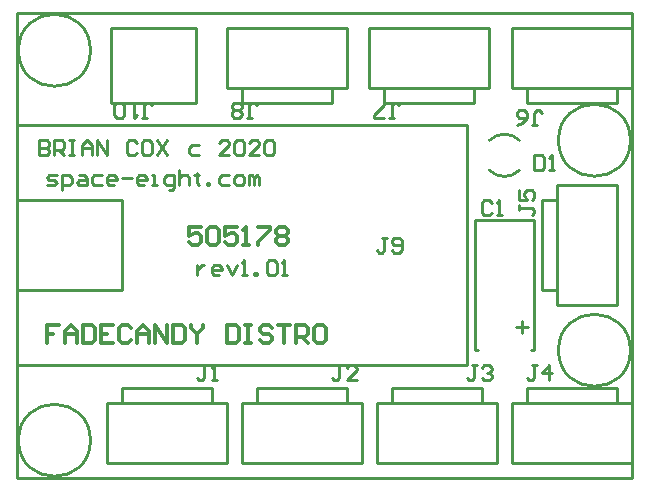
<source format=gto>
%FSLAX25Y25*%
%MOIN*%
G70*
G01*
G75*
G04 Layer_Color=65535*
%ADD10C,0.02500*%
%ADD11C,0.05000*%
%ADD12C,0.06500*%
%ADD13R,0.06500X0.06500*%
%ADD14C,0.16500*%
%ADD15R,0.09000X0.09000*%
%ADD16C,0.09000*%
%ADD17R,0.06500X0.06500*%
%ADD18C,0.01000*%
%ADD19C,0.01200*%
D18*
X557500Y597500D02*
G03*
X567500Y597500I5000J5000D01*
G01*
Y607500D02*
G03*
X557500Y607500I-5000J-5000D01*
G01*
X424500Y637500D02*
G03*
X424500Y637500I-12000J0D01*
G01*
Y507500D02*
G03*
X424500Y507500I-12000J0D01*
G01*
X604500Y537500D02*
G03*
X604500Y537500I-12000J0D01*
G01*
Y607500D02*
G03*
X604500Y607500I-12000J0D01*
G01*
X552579Y537500D02*
X553563D01*
X552579D02*
Y580807D01*
X572264D01*
Y537500D02*
Y580807D01*
X571279Y537500D02*
X572264D01*
X568327Y543405D02*
Y547342D01*
X566358Y545374D02*
X570295D01*
X400000Y495000D02*
X605000D01*
Y650000D01*
X400000D02*
X605000D01*
X400000Y495000D02*
Y650000D01*
X431300Y620000D02*
X438800D01*
X431300D02*
Y632500D01*
Y645000D02*
X459800D01*
Y620000D02*
Y645000D01*
X438800Y620000D02*
X459800D01*
X431300Y632500D02*
Y645000D01*
X400000Y557500D02*
X435000D01*
Y587500D01*
X400000D02*
X435000D01*
X400000Y612500D02*
X550000D01*
X400000Y532500D02*
Y612500D01*
Y532500D02*
X550000D01*
Y612500D01*
X435000Y520000D02*
Y525000D01*
X465000D01*
Y520000D02*
Y525000D01*
X460000Y520000D02*
X470000D01*
Y500000D02*
Y520000D01*
X430000Y500000D02*
X470000D01*
X430000Y520000D02*
X460000D01*
X430000Y500000D02*
Y520000D01*
X480000D02*
Y525000D01*
X510000D01*
Y520000D02*
Y525000D01*
X505000Y520000D02*
X515000D01*
Y500000D02*
Y520000D01*
X475000Y500000D02*
X515000D01*
X475000Y520000D02*
X505000D01*
X475000Y500000D02*
Y520000D01*
X525000D02*
Y525000D01*
X555000D01*
Y520000D02*
Y525000D01*
X550000Y520000D02*
X560000D01*
Y500000D02*
Y520000D01*
X520000Y500000D02*
X560000D01*
X520000Y520000D02*
X550000D01*
X520000Y500000D02*
Y520000D01*
X570000D02*
Y525000D01*
X600000D01*
Y520000D02*
Y525000D01*
X595000Y520000D02*
X605000D01*
Y500000D02*
Y520000D01*
X565000Y500000D02*
X605000D01*
X565000Y520000D02*
X595000D01*
X565000Y500000D02*
Y520000D01*
X575000Y557500D02*
X580000D01*
X575000D02*
Y587500D01*
X580000D01*
Y582500D02*
Y592500D01*
X600000D01*
Y552500D02*
Y592500D01*
X580000Y552500D02*
Y582500D01*
Y552500D02*
X600000D01*
Y620000D02*
Y625000D01*
X570000Y620000D02*
X600000D01*
X570000D02*
Y625000D01*
X565000D02*
X575000D01*
X565000D02*
Y645000D01*
X605000D01*
X575000Y625000D02*
X605000D01*
Y645000D01*
X552500Y620000D02*
Y625000D01*
X522500Y620000D02*
X552500D01*
X522500D02*
Y625000D01*
X517500D02*
X527500D01*
X517500D02*
Y645000D01*
X557500D01*
X527500Y625000D02*
X557500D01*
Y645000D01*
X505000Y620000D02*
Y625000D01*
X475000Y620000D02*
X505000D01*
X475000D02*
Y625000D01*
X470000D02*
X480000D01*
X470000D02*
Y645000D01*
X510000D01*
X480000Y625000D02*
X510000D01*
Y645000D01*
X572500Y602498D02*
Y597500D01*
X574999D01*
X575832Y598333D01*
Y601665D01*
X574999Y602498D01*
X572500D01*
X577498Y597500D02*
X579165D01*
X578331D01*
Y602498D01*
X577498Y601665D01*
X558332Y586665D02*
X557499Y587498D01*
X555833D01*
X555000Y586665D01*
Y583333D01*
X555833Y582500D01*
X557499D01*
X558332Y583333D01*
X559998Y582500D02*
X561664D01*
X560831D01*
Y587498D01*
X559998Y586665D01*
X463332Y532498D02*
X461666D01*
X462499D01*
Y528333D01*
X461666Y527500D01*
X460833D01*
X460000Y528333D01*
X464998Y527500D02*
X466665D01*
X465831D01*
Y532498D01*
X464998Y531665D01*
X508332Y532498D02*
X506666D01*
X507499D01*
Y528333D01*
X506666Y527500D01*
X505833D01*
X505000Y528333D01*
X513331Y527500D02*
X509998D01*
X513331Y530832D01*
Y531665D01*
X512498Y532498D01*
X510831D01*
X509998Y531665D01*
X553332Y532498D02*
X551666D01*
X552499D01*
Y528333D01*
X551666Y527500D01*
X550833D01*
X550000Y528333D01*
X554998Y531665D02*
X555831Y532498D01*
X557498D01*
X558331Y531665D01*
Y530832D01*
X557498Y529999D01*
X556665D01*
X557498D01*
X558331Y529166D01*
Y528333D01*
X557498Y527500D01*
X555831D01*
X554998Y528333D01*
X573332Y532498D02*
X571666D01*
X572499D01*
Y528333D01*
X571666Y527500D01*
X570833D01*
X570000Y528333D01*
X577498Y527500D02*
Y532498D01*
X574998Y529999D01*
X578331D01*
X567502Y585832D02*
Y584166D01*
Y584999D01*
X571667D01*
X572500Y584166D01*
Y583333D01*
X571667Y582500D01*
X567502Y590831D02*
Y587498D01*
X570001D01*
X569168Y589164D01*
Y589998D01*
X570001Y590831D01*
X571667D01*
X572500Y589998D01*
Y588331D01*
X571667Y587498D01*
X571668Y612502D02*
X573334D01*
X572501D01*
Y616667D01*
X573334Y617500D01*
X574167D01*
X575000Y616667D01*
X566669Y612502D02*
X568335Y613335D01*
X570002Y615001D01*
Y616667D01*
X569169Y617500D01*
X567502D01*
X566669Y616667D01*
Y615834D01*
X567502Y615001D01*
X570002D01*
X524168Y615002D02*
X525834D01*
X525001D01*
Y619167D01*
X525834Y620000D01*
X526667D01*
X527500Y619167D01*
X522502Y615002D02*
X519169D01*
Y615835D01*
X522502Y619167D01*
Y620000D01*
X476668Y615002D02*
X478334D01*
X477501D01*
Y619167D01*
X478334Y620000D01*
X479167D01*
X480000Y619167D01*
X475002Y615835D02*
X474169Y615002D01*
X472502D01*
X471669Y615835D01*
Y616668D01*
X472502Y617501D01*
X471669Y618334D01*
Y619167D01*
X472502Y620000D01*
X474169D01*
X475002Y619167D01*
Y618334D01*
X474169Y617501D01*
X475002Y616668D01*
Y615835D01*
X474169Y617501D02*
X472502D01*
X523332Y574998D02*
X521666D01*
X522499D01*
Y570833D01*
X521666Y570000D01*
X520833D01*
X520000Y570833D01*
X524998D02*
X525831Y570000D01*
X527498D01*
X528331Y570833D01*
Y574165D01*
X527498Y574998D01*
X525831D01*
X524998Y574165D01*
Y573332D01*
X525831Y572499D01*
X528331D01*
X441668Y615002D02*
X443334D01*
X442501D01*
Y619167D01*
X443334Y620000D01*
X444167D01*
X445000Y619167D01*
X440002Y620000D02*
X438336D01*
X439169D01*
Y615002D01*
X440002Y615835D01*
X435836D02*
X435003Y615002D01*
X433337D01*
X432504Y615835D01*
Y619167D01*
X433337Y620000D01*
X435003D01*
X435836Y619167D01*
Y615835D01*
X410000Y592500D02*
X412499D01*
X413332Y593333D01*
X412499Y594166D01*
X410833D01*
X410000Y594999D01*
X410833Y595832D01*
X413332D01*
X414998Y590834D02*
Y595832D01*
X417498D01*
X418331Y594999D01*
Y593333D01*
X417498Y592500D01*
X414998D01*
X420830Y595832D02*
X422496D01*
X423329Y594999D01*
Y592500D01*
X420830D01*
X419997Y593333D01*
X420830Y594166D01*
X423329D01*
X428327Y595832D02*
X425828D01*
X424995Y594999D01*
Y593333D01*
X425828Y592500D01*
X428327D01*
X432493D02*
X430827D01*
X429993Y593333D01*
Y594999D01*
X430827Y595832D01*
X432493D01*
X433326Y594999D01*
Y594166D01*
X429993D01*
X434992Y594999D02*
X438324D01*
X442489Y592500D02*
X440823D01*
X439990Y593333D01*
Y594999D01*
X440823Y595832D01*
X442489D01*
X443323Y594999D01*
Y594166D01*
X439990D01*
X444989Y592500D02*
X446655D01*
X445822D01*
Y595832D01*
X444989D01*
X450820Y590834D02*
X451653D01*
X452486Y591667D01*
Y595832D01*
X449987D01*
X449154Y594999D01*
Y593333D01*
X449987Y592500D01*
X452486D01*
X454152Y597498D02*
Y592500D01*
Y594999D01*
X454985Y595832D01*
X456652D01*
X457485Y594999D01*
Y592500D01*
X459984Y596665D02*
Y595832D01*
X459151D01*
X460817D01*
X459984D01*
Y593333D01*
X460817Y592500D01*
X463316D02*
Y593333D01*
X464149D01*
Y592500D01*
X463316D01*
X470814Y595832D02*
X468314D01*
X467481Y594999D01*
Y593333D01*
X468314Y592500D01*
X470814D01*
X473313D02*
X474979D01*
X475812Y593333D01*
Y594999D01*
X474979Y595832D01*
X473313D01*
X472480Y594999D01*
Y593333D01*
X473313Y592500D01*
X477478D02*
Y595832D01*
X478311D01*
X479144Y594999D01*
Y592500D01*
Y594999D01*
X479977Y595832D01*
X480810Y594999D01*
Y592500D01*
X460000Y565832D02*
Y562500D01*
Y564166D01*
X460833Y564999D01*
X461666Y565832D01*
X462499D01*
X467498Y562500D02*
X465831D01*
X464998Y563333D01*
Y564999D01*
X465831Y565832D01*
X467498D01*
X468331Y564999D01*
Y564166D01*
X464998D01*
X469997Y565832D02*
X471663Y562500D01*
X473329Y565832D01*
X474995Y562500D02*
X476661D01*
X475828D01*
Y567498D01*
X474995Y566665D01*
X479160Y562500D02*
Y563333D01*
X479993D01*
Y562500D01*
X479160D01*
X483326Y566665D02*
X484159Y567498D01*
X485825D01*
X486658Y566665D01*
Y563333D01*
X485825Y562500D01*
X484159D01*
X483326Y563333D01*
Y566665D01*
X488324Y562500D02*
X489990D01*
X489157D01*
Y567498D01*
X488324Y566665D01*
X407500Y607498D02*
Y602500D01*
X409999D01*
X410832Y603333D01*
Y604166D01*
X409999Y604999D01*
X407500D01*
X409999D01*
X410832Y605832D01*
Y606665D01*
X409999Y607498D01*
X407500D01*
X412498Y602500D02*
Y607498D01*
X414998D01*
X415831Y606665D01*
Y604999D01*
X414998Y604166D01*
X412498D01*
X414164D02*
X415831Y602500D01*
X417497Y607498D02*
X419163D01*
X418330D01*
Y602500D01*
X417497D01*
X419163D01*
X421662D02*
Y605832D01*
X423328Y607498D01*
X424994Y605832D01*
Y602500D01*
Y604999D01*
X421662D01*
X426660Y602500D02*
Y607498D01*
X429993Y602500D01*
Y607498D01*
X439990Y606665D02*
X439156Y607498D01*
X437490D01*
X436657Y606665D01*
Y603333D01*
X437490Y602500D01*
X439156D01*
X439990Y603333D01*
X444155Y607498D02*
X442489D01*
X441656Y606665D01*
Y603333D01*
X442489Y602500D01*
X444155D01*
X444988Y603333D01*
Y606665D01*
X444155Y607498D01*
X446654D02*
X449986Y602500D01*
Y607498D02*
X446654Y602500D01*
X460832Y605832D02*
X458333D01*
X457500Y604999D01*
Y603333D01*
X458333Y602500D01*
X460832D01*
X470829D02*
X467497D01*
X470829Y605832D01*
Y606665D01*
X469996Y607498D01*
X468330D01*
X467497Y606665D01*
X472495D02*
X473328Y607498D01*
X474994D01*
X475827Y606665D01*
Y603333D01*
X474994Y602500D01*
X473328D01*
X472495Y603333D01*
Y606665D01*
X480826Y602500D02*
X477493D01*
X480826Y605832D01*
Y606665D01*
X479993Y607498D01*
X478327D01*
X477493Y606665D01*
X482492D02*
X483325Y607498D01*
X484991D01*
X485824Y606665D01*
Y603333D01*
X484991Y602500D01*
X483325D01*
X482492Y603333D01*
Y606665D01*
D19*
X461499Y578498D02*
X457500D01*
Y575499D01*
X459499Y576499D01*
X460499D01*
X461499Y575499D01*
Y573500D01*
X460499Y572500D01*
X458500D01*
X457500Y573500D01*
X463498Y577498D02*
X464498Y578498D01*
X466497D01*
X467497Y577498D01*
Y573500D01*
X466497Y572500D01*
X464498D01*
X463498Y573500D01*
Y577498D01*
X473495Y578498D02*
X469496D01*
Y575499D01*
X471495Y576499D01*
X472495D01*
X473495Y575499D01*
Y573500D01*
X472495Y572500D01*
X470496D01*
X469496Y573500D01*
X475494Y572500D02*
X477493D01*
X476494D01*
Y578498D01*
X475494Y577498D01*
X480493Y578498D02*
X484491D01*
Y577498D01*
X480493Y573500D01*
Y572500D01*
X486491Y577498D02*
X487490Y578498D01*
X489490D01*
X490489Y577498D01*
Y576499D01*
X489490Y575499D01*
X490489Y574499D01*
Y573500D01*
X489490Y572500D01*
X487490D01*
X486491Y573500D01*
Y574499D01*
X487490Y575499D01*
X486491Y576499D01*
Y577498D01*
X487490Y575499D02*
X489490D01*
X413999Y545998D02*
X410000D01*
Y542999D01*
X411999D01*
X410000D01*
Y540000D01*
X415998D02*
Y543999D01*
X417997Y545998D01*
X419997Y543999D01*
Y540000D01*
Y542999D01*
X415998D01*
X421996Y545998D02*
Y540000D01*
X424995D01*
X425995Y541000D01*
Y544998D01*
X424995Y545998D01*
X421996D01*
X431993D02*
X427994D01*
Y540000D01*
X431993D01*
X427994Y542999D02*
X429993D01*
X437991Y544998D02*
X436991Y545998D01*
X434992D01*
X433992Y544998D01*
Y541000D01*
X434992Y540000D01*
X436991D01*
X437991Y541000D01*
X439990Y540000D02*
Y543999D01*
X441990Y545998D01*
X443989Y543999D01*
Y540000D01*
Y542999D01*
X439990D01*
X445988Y540000D02*
Y545998D01*
X449987Y540000D01*
Y545998D01*
X451986D02*
Y540000D01*
X454986D01*
X455985Y541000D01*
Y544998D01*
X454986Y545998D01*
X451986D01*
X457984D02*
Y544998D01*
X459984Y542999D01*
X461983Y544998D01*
Y545998D01*
X459984Y542999D02*
Y540000D01*
X469981Y545998D02*
Y540000D01*
X472980D01*
X473979Y541000D01*
Y544998D01*
X472980Y545998D01*
X469981D01*
X475979D02*
X477978D01*
X476978D01*
Y540000D01*
X475979D01*
X477978D01*
X484976Y544998D02*
X483976Y545998D01*
X481977D01*
X480977Y544998D01*
Y543999D01*
X481977Y542999D01*
X483976D01*
X484976Y541999D01*
Y541000D01*
X483976Y540000D01*
X481977D01*
X480977Y541000D01*
X486975Y545998D02*
X490974D01*
X488974D01*
Y540000D01*
X492973D02*
Y545998D01*
X495972D01*
X496972Y544998D01*
Y542999D01*
X495972Y541999D01*
X492973D01*
X494973D02*
X496972Y540000D01*
X501970Y545998D02*
X499971D01*
X498971Y544998D01*
Y541000D01*
X499971Y540000D01*
X501970D01*
X502970Y541000D01*
Y544998D01*
X501970Y545998D01*
M02*

</source>
